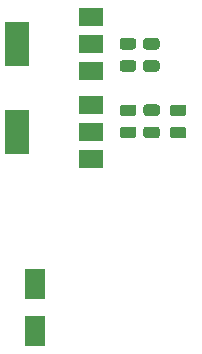
<source format=gbr>
G04 #@! TF.GenerationSoftware,KiCad,Pcbnew,(5.1.6)-1*
G04 #@! TF.CreationDate,2020-06-02T23:24:11+04:00*
G04 #@! TF.ProjectId,Berfboard 2.0-psupply,42657266-626f-4617-9264-20322e302d70,rev?*
G04 #@! TF.SameCoordinates,Original*
G04 #@! TF.FileFunction,Paste,Top*
G04 #@! TF.FilePolarity,Positive*
%FSLAX46Y46*%
G04 Gerber Fmt 4.6, Leading zero omitted, Abs format (unit mm)*
G04 Created by KiCad (PCBNEW (5.1.6)-1) date 2020-06-02 23:24:11*
%MOMM*%
%LPD*%
G01*
G04 APERTURE LIST*
%ADD10R,1.800000X2.500000*%
%ADD11R,2.000000X1.500000*%
%ADD12R,2.000000X3.800000*%
G04 APERTURE END LIST*
D10*
X180644800Y-72980800D03*
X180644800Y-76980800D03*
G36*
G01*
X192291650Y-57835500D02*
X193204150Y-57835500D01*
G75*
G02*
X193447900Y-58079250I0J-243750D01*
G01*
X193447900Y-58566750D01*
G75*
G02*
X193204150Y-58810500I-243750J0D01*
G01*
X192291650Y-58810500D01*
G75*
G02*
X192047900Y-58566750I0J243750D01*
G01*
X192047900Y-58079250D01*
G75*
G02*
X192291650Y-57835500I243750J0D01*
G01*
G37*
G36*
G01*
X192291650Y-59710500D02*
X193204150Y-59710500D01*
G75*
G02*
X193447900Y-59954250I0J-243750D01*
G01*
X193447900Y-60441750D01*
G75*
G02*
X193204150Y-60685500I-243750J0D01*
G01*
X192291650Y-60685500D01*
G75*
G02*
X192047900Y-60441750I0J243750D01*
G01*
X192047900Y-59954250D01*
G75*
G02*
X192291650Y-59710500I243750J0D01*
G01*
G37*
G36*
G01*
X190010730Y-52194400D02*
X190923230Y-52194400D01*
G75*
G02*
X191166980Y-52438150I0J-243750D01*
G01*
X191166980Y-52925650D01*
G75*
G02*
X190923230Y-53169400I-243750J0D01*
G01*
X190010730Y-53169400D01*
G75*
G02*
X189766980Y-52925650I0J243750D01*
G01*
X189766980Y-52438150D01*
G75*
G02*
X190010730Y-52194400I243750J0D01*
G01*
G37*
G36*
G01*
X190010730Y-54069400D02*
X190923230Y-54069400D01*
G75*
G02*
X191166980Y-54313150I0J-243750D01*
G01*
X191166980Y-54800650D01*
G75*
G02*
X190923230Y-55044400I-243750J0D01*
G01*
X190010730Y-55044400D01*
G75*
G02*
X189766980Y-54800650I0J243750D01*
G01*
X189766980Y-54313150D01*
G75*
G02*
X190010730Y-54069400I243750J0D01*
G01*
G37*
G36*
G01*
X188969970Y-60672800D02*
X188057470Y-60672800D01*
G75*
G02*
X187813720Y-60429050I0J243750D01*
G01*
X187813720Y-59941550D01*
G75*
G02*
X188057470Y-59697800I243750J0D01*
G01*
X188969970Y-59697800D01*
G75*
G02*
X189213720Y-59941550I0J-243750D01*
G01*
X189213720Y-60429050D01*
G75*
G02*
X188969970Y-60672800I-243750J0D01*
G01*
G37*
G36*
G01*
X188969970Y-58797800D02*
X188057470Y-58797800D01*
G75*
G02*
X187813720Y-58554050I0J243750D01*
G01*
X187813720Y-58066550D01*
G75*
G02*
X188057470Y-57822800I243750J0D01*
G01*
X188969970Y-57822800D01*
G75*
G02*
X189213720Y-58066550I0J-243750D01*
G01*
X189213720Y-58554050D01*
G75*
G02*
X188969970Y-58797800I-243750J0D01*
G01*
G37*
G36*
G01*
X188037150Y-52194400D02*
X188949650Y-52194400D01*
G75*
G02*
X189193400Y-52438150I0J-243750D01*
G01*
X189193400Y-52925650D01*
G75*
G02*
X188949650Y-53169400I-243750J0D01*
G01*
X188037150Y-53169400D01*
G75*
G02*
X187793400Y-52925650I0J243750D01*
G01*
X187793400Y-52438150D01*
G75*
G02*
X188037150Y-52194400I243750J0D01*
G01*
G37*
G36*
G01*
X188037150Y-54069400D02*
X188949650Y-54069400D01*
G75*
G02*
X189193400Y-54313150I0J-243750D01*
G01*
X189193400Y-54800650D01*
G75*
G02*
X188949650Y-55044400I-243750J0D01*
G01*
X188037150Y-55044400D01*
G75*
G02*
X187793400Y-54800650I0J243750D01*
G01*
X187793400Y-54313150D01*
G75*
G02*
X188037150Y-54069400I243750J0D01*
G01*
G37*
G36*
G01*
X190956250Y-58795500D02*
X190043750Y-58795500D01*
G75*
G02*
X189800000Y-58551750I0J243750D01*
G01*
X189800000Y-58064250D01*
G75*
G02*
X190043750Y-57820500I243750J0D01*
G01*
X190956250Y-57820500D01*
G75*
G02*
X191200000Y-58064250I0J-243750D01*
G01*
X191200000Y-58551750D01*
G75*
G02*
X190956250Y-58795500I-243750J0D01*
G01*
G37*
G36*
G01*
X190956250Y-60670500D02*
X190043750Y-60670500D01*
G75*
G02*
X189800000Y-60426750I0J243750D01*
G01*
X189800000Y-59939250D01*
G75*
G02*
X190043750Y-59695500I243750J0D01*
G01*
X190956250Y-59695500D01*
G75*
G02*
X191200000Y-59939250I0J-243750D01*
G01*
X191200000Y-60426750D01*
G75*
G02*
X190956250Y-60670500I-243750J0D01*
G01*
G37*
D11*
X185369600Y-54992300D03*
X185369600Y-50392300D03*
X185369600Y-52692300D03*
D12*
X179069600Y-52692300D03*
D11*
X185397540Y-62457360D03*
X185397540Y-57857360D03*
X185397540Y-60157360D03*
D12*
X179097540Y-60157360D03*
M02*

</source>
